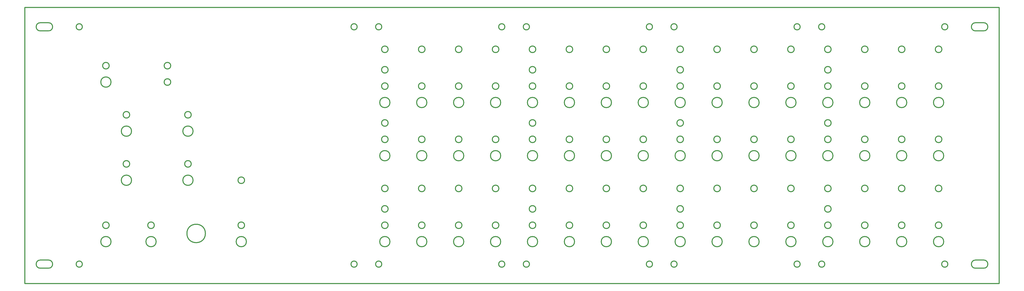
<source format=gbr>
%TF.GenerationSoftware,KiCad,Pcbnew,7.0.9*%
%TF.CreationDate,2023-12-22T18:04:38+01:00*%
%TF.ProjectId,FrontPanel,46726f6e-7450-4616-9e65-6c2e6b696361,rev?*%
%TF.SameCoordinates,Original*%
%TF.FileFunction,Profile,NP*%
%FSLAX46Y46*%
G04 Gerber Fmt 4.6, Leading zero omitted, Abs format (unit mm)*
G04 Created by KiCad (PCBNEW 7.0.9) date 2023-12-22 18:04:38*
%MOMM*%
%LPD*%
G01*
G04 APERTURE LIST*
%TA.AperFunction,Profile*%
%ADD10C,0.500000*%
%TD*%
G04 APERTURE END LIST*
D10*
X127600000Y-134000000D02*
G75*
G03*
X127600000Y-134000000I-1600000J0D01*
G01*
X449600000Y-138000000D02*
G75*
G03*
X449600000Y-138000000I-1600000J0D01*
G01*
X197600000Y-80000000D02*
G75*
G03*
X197600000Y-80000000I-1600000J0D01*
G01*
X468500000Y-122000000D02*
G75*
G03*
X468500000Y-122000000I-2500000J0D01*
G01*
X488000000Y-177000000D02*
X484000000Y-177000000D01*
X251600000Y-70000000D02*
G75*
G03*
X251600000Y-70000000I-1600000J0D01*
G01*
X341600000Y-138000000D02*
G75*
G03*
X341600000Y-138000000I-1600000J0D01*
G01*
X215600000Y-70000000D02*
G75*
G03*
X215600000Y-70000000I-1600000J0D01*
G01*
X467600000Y-114000000D02*
G75*
G03*
X467600000Y-114000000I-1600000J0D01*
G01*
X72500000Y-134000000D02*
G75*
G03*
X72500000Y-134000000I-2500000J0D01*
G01*
X342500000Y-122000000D02*
G75*
G03*
X342500000Y-122000000I-2500000J0D01*
G01*
X414500000Y-96000000D02*
G75*
G03*
X414500000Y-96000000I-2500000J0D01*
G01*
X182500000Y-59000000D02*
G75*
G03*
X182500000Y-59000000I-1500000J0D01*
G01*
X467600000Y-88000000D02*
G75*
G03*
X467600000Y-88000000I-1600000J0D01*
G01*
X413600000Y-80000000D02*
G75*
G03*
X413600000Y-80000000I-1600000J0D01*
G01*
X323600000Y-88000000D02*
G75*
G03*
X323600000Y-88000000I-1600000J0D01*
G01*
X414500000Y-164000000D02*
G75*
G03*
X414500000Y-164000000I-2500000J0D01*
G01*
X254500000Y-175000000D02*
G75*
G03*
X254500000Y-175000000I-1500000J0D01*
G01*
X488000000Y-61000000D02*
G75*
G03*
X488000000Y-57000000I0J2000000D01*
G01*
X431600000Y-156000000D02*
G75*
G03*
X431600000Y-156000000I-1600000J0D01*
G01*
X48500000Y-59000000D02*
G75*
G03*
X48500000Y-59000000I-1500000J0D01*
G01*
X269600000Y-156000000D02*
G75*
G03*
X269600000Y-156000000I-1600000J0D01*
G01*
X61600000Y-78000000D02*
G75*
G03*
X61600000Y-78000000I-1600000J0D01*
G01*
X306500000Y-122000000D02*
G75*
G03*
X306500000Y-122000000I-2500000J0D01*
G01*
X360500000Y-122000000D02*
G75*
G03*
X360500000Y-122000000I-2500000J0D01*
G01*
X468500000Y-164000000D02*
G75*
G03*
X468500000Y-164000000I-2500000J0D01*
G01*
X234500000Y-122000000D02*
G75*
G03*
X234500000Y-122000000I-2500000J0D01*
G01*
X216500000Y-96000000D02*
G75*
G03*
X216500000Y-96000000I-2500000J0D01*
G01*
X108500000Y-160000000D02*
G75*
G03*
X108500000Y-160000000I-4500000J0D01*
G01*
X216500000Y-122000000D02*
G75*
G03*
X216500000Y-122000000I-2500000J0D01*
G01*
X323600000Y-138000000D02*
G75*
G03*
X323600000Y-138000000I-1600000J0D01*
G01*
X359600000Y-138000000D02*
G75*
G03*
X359600000Y-138000000I-1600000J0D01*
G01*
X252500000Y-122000000D02*
G75*
G03*
X252500000Y-122000000I-2500000J0D01*
G01*
X233600000Y-88000000D02*
G75*
G03*
X233600000Y-88000000I-1600000J0D01*
G01*
X28000000Y-57000000D02*
X32000000Y-57000000D01*
X324500000Y-96000000D02*
G75*
G03*
X324500000Y-96000000I-2500000J0D01*
G01*
X414500000Y-122000000D02*
G75*
G03*
X414500000Y-122000000I-2500000J0D01*
G01*
X269600000Y-148000000D02*
G75*
G03*
X269600000Y-148000000I-1600000J0D01*
G01*
X254500000Y-59000000D02*
G75*
G03*
X254500000Y-59000000I-1500000J0D01*
G01*
X61600000Y-156000000D02*
G75*
G03*
X61600000Y-156000000I-1600000J0D01*
G01*
X488000000Y-61000000D02*
X484000000Y-61000000D01*
X470500000Y-175000000D02*
G75*
G03*
X470500000Y-175000000I-1500000J0D01*
G01*
X288500000Y-96000000D02*
G75*
G03*
X288500000Y-96000000I-2500000J0D01*
G01*
X194500000Y-59000000D02*
G75*
G03*
X194500000Y-59000000I-1500000J0D01*
G01*
X398500000Y-175000000D02*
G75*
G03*
X398500000Y-175000000I-1500000J0D01*
G01*
X84500000Y-164000000D02*
G75*
G03*
X84500000Y-164000000I-2500000J0D01*
G01*
X484000000Y-173000000D02*
G75*
G03*
X484000000Y-177000000I0J-2000000D01*
G01*
X359600000Y-114000000D02*
G75*
G03*
X359600000Y-114000000I-1600000J0D01*
G01*
X287600000Y-114000000D02*
G75*
G03*
X287600000Y-114000000I-1600000J0D01*
G01*
X270500000Y-122000000D02*
G75*
G03*
X270500000Y-122000000I-2500000J0D01*
G01*
X450500000Y-122000000D02*
G75*
G03*
X450500000Y-122000000I-2500000J0D01*
G01*
X288500000Y-164000000D02*
G75*
G03*
X288500000Y-164000000I-2500000J0D01*
G01*
X395600000Y-138000000D02*
G75*
G03*
X395600000Y-138000000I-1600000J0D01*
G01*
X488000000Y-177000000D02*
G75*
G03*
X488000000Y-173000000I0J2000000D01*
G01*
X324500000Y-122000000D02*
G75*
G03*
X324500000Y-122000000I-2500000J0D01*
G01*
X396500000Y-164000000D02*
G75*
G03*
X396500000Y-164000000I-2500000J0D01*
G01*
X449600000Y-156000000D02*
G75*
G03*
X449600000Y-156000000I-1600000J0D01*
G01*
X102500000Y-134000000D02*
G75*
G03*
X102500000Y-134000000I-2500000J0D01*
G01*
X32000000Y-61000000D02*
X28000000Y-61000000D01*
X269600000Y-114000000D02*
G75*
G03*
X269600000Y-114000000I-1600000J0D01*
G01*
X305600000Y-156000000D02*
G75*
G03*
X305600000Y-156000000I-1600000J0D01*
G01*
X215600000Y-114000000D02*
G75*
G03*
X215600000Y-114000000I-1600000J0D01*
G01*
X410500000Y-59000000D02*
G75*
G03*
X410500000Y-59000000I-1500000J0D01*
G01*
X377600000Y-88000000D02*
G75*
G03*
X377600000Y-88000000I-1600000J0D01*
G01*
X20500000Y-184500000D02*
X495500000Y-184500000D01*
X269600000Y-70000000D02*
G75*
G03*
X269600000Y-70000000I-1600000J0D01*
G01*
X338500000Y-59000000D02*
G75*
G03*
X338500000Y-59000000I-1500000J0D01*
G01*
X128500000Y-164000000D02*
G75*
G03*
X128500000Y-164000000I-2500000J0D01*
G01*
X413600000Y-88000000D02*
G75*
G03*
X413600000Y-88000000I-1600000J0D01*
G01*
X269600000Y-138000000D02*
G75*
G03*
X269600000Y-138000000I-1600000J0D01*
G01*
X341600000Y-106000000D02*
G75*
G03*
X341600000Y-106000000I-1600000J0D01*
G01*
X338500000Y-175000000D02*
G75*
G03*
X338500000Y-175000000I-1500000J0D01*
G01*
X48500000Y-175000000D02*
G75*
G03*
X48500000Y-175000000I-1500000J0D01*
G01*
X413600000Y-114000000D02*
G75*
G03*
X413600000Y-114000000I-1600000J0D01*
G01*
X20500000Y-49500000D02*
X495500000Y-49500000D01*
X251600000Y-114000000D02*
G75*
G03*
X251600000Y-114000000I-1600000J0D01*
G01*
X197600000Y-88000000D02*
G75*
G03*
X197600000Y-88000000I-1600000J0D01*
G01*
X251600000Y-138000000D02*
G75*
G03*
X251600000Y-138000000I-1600000J0D01*
G01*
X252500000Y-164000000D02*
G75*
G03*
X252500000Y-164000000I-2500000J0D01*
G01*
X305600000Y-70000000D02*
G75*
G03*
X305600000Y-70000000I-1600000J0D01*
G01*
X233600000Y-138000000D02*
G75*
G03*
X233600000Y-138000000I-1600000J0D01*
G01*
X341600000Y-114000000D02*
G75*
G03*
X341600000Y-114000000I-1600000J0D01*
G01*
X468500000Y-96000000D02*
G75*
G03*
X468500000Y-96000000I-2500000J0D01*
G01*
X287600000Y-88000000D02*
G75*
G03*
X287600000Y-88000000I-1600000J0D01*
G01*
X398500000Y-59000000D02*
G75*
G03*
X398500000Y-59000000I-1500000J0D01*
G01*
X197600000Y-114000000D02*
G75*
G03*
X197600000Y-114000000I-1600000J0D01*
G01*
X198500000Y-96000000D02*
G75*
G03*
X198500000Y-96000000I-2500000J0D01*
G01*
X413600000Y-156000000D02*
G75*
G03*
X413600000Y-156000000I-1600000J0D01*
G01*
X20500000Y-49500000D02*
X20500000Y-184500000D01*
X495500000Y-49500000D02*
X495500000Y-184500000D01*
X305600000Y-114000000D02*
G75*
G03*
X305600000Y-114000000I-1600000J0D01*
G01*
X449600000Y-88000000D02*
G75*
G03*
X449600000Y-88000000I-1600000J0D01*
G01*
X287600000Y-156000000D02*
G75*
G03*
X287600000Y-156000000I-1600000J0D01*
G01*
X431600000Y-70000000D02*
G75*
G03*
X431600000Y-70000000I-1600000J0D01*
G01*
X287600000Y-70000000D02*
G75*
G03*
X287600000Y-70000000I-1600000J0D01*
G01*
X72500000Y-110000000D02*
G75*
G03*
X72500000Y-110000000I-2500000J0D01*
G01*
X71600000Y-102000000D02*
G75*
G03*
X71600000Y-102000000I-1600000J0D01*
G01*
X377600000Y-70000000D02*
G75*
G03*
X377600000Y-70000000I-1600000J0D01*
G01*
X378500000Y-96000000D02*
G75*
G03*
X378500000Y-96000000I-2500000J0D01*
G01*
X484000000Y-57000000D02*
X488000000Y-57000000D01*
X269600000Y-80000000D02*
G75*
G03*
X269600000Y-80000000I-1600000J0D01*
G01*
X32000000Y-61000000D02*
G75*
G03*
X32000000Y-57000000I0J2000000D01*
G01*
X467600000Y-156000000D02*
G75*
G03*
X467600000Y-156000000I-1600000J0D01*
G01*
X377600000Y-156000000D02*
G75*
G03*
X377600000Y-156000000I-1600000J0D01*
G01*
X306500000Y-164000000D02*
G75*
G03*
X306500000Y-164000000I-2500000J0D01*
G01*
X102500000Y-110000000D02*
G75*
G03*
X102500000Y-110000000I-2500000J0D01*
G01*
X341600000Y-88000000D02*
G75*
G03*
X341600000Y-88000000I-1600000J0D01*
G01*
X341600000Y-70000000D02*
G75*
G03*
X341600000Y-70000000I-1600000J0D01*
G01*
X431600000Y-114000000D02*
G75*
G03*
X431600000Y-114000000I-1600000J0D01*
G01*
X62500000Y-164000000D02*
G75*
G03*
X62500000Y-164000000I-2500000J0D01*
G01*
X251600000Y-156000000D02*
G75*
G03*
X251600000Y-156000000I-1600000J0D01*
G01*
X197600000Y-148000000D02*
G75*
G03*
X197600000Y-148000000I-1600000J0D01*
G01*
X62500000Y-86000000D02*
G75*
G03*
X62500000Y-86000000I-2500000J0D01*
G01*
X270500000Y-164000000D02*
G75*
G03*
X270500000Y-164000000I-2500000J0D01*
G01*
X266500000Y-59000000D02*
G75*
G03*
X266500000Y-59000000I-1500000J0D01*
G01*
X377600000Y-114000000D02*
G75*
G03*
X377600000Y-114000000I-1600000J0D01*
G01*
X323600000Y-114000000D02*
G75*
G03*
X323600000Y-114000000I-1600000J0D01*
G01*
X324500000Y-164000000D02*
G75*
G03*
X324500000Y-164000000I-2500000J0D01*
G01*
X323600000Y-156000000D02*
G75*
G03*
X323600000Y-156000000I-1600000J0D01*
G01*
X270500000Y-96000000D02*
G75*
G03*
X270500000Y-96000000I-2500000J0D01*
G01*
X326500000Y-59000000D02*
G75*
G03*
X326500000Y-59000000I-1500000J0D01*
G01*
X197600000Y-138000000D02*
G75*
G03*
X197600000Y-138000000I-1600000J0D01*
G01*
X410500000Y-175000000D02*
G75*
G03*
X410500000Y-175000000I-1500000J0D01*
G01*
X101600000Y-102000000D02*
G75*
G03*
X101600000Y-102000000I-1600000J0D01*
G01*
X484000000Y-57000000D02*
G75*
G03*
X484000000Y-61000000I0J-2000000D01*
G01*
X413600000Y-106000000D02*
G75*
G03*
X413600000Y-106000000I-1600000J0D01*
G01*
X450500000Y-96000000D02*
G75*
G03*
X450500000Y-96000000I-2500000J0D01*
G01*
X288500000Y-122000000D02*
G75*
G03*
X288500000Y-122000000I-2500000J0D01*
G01*
X432500000Y-164000000D02*
G75*
G03*
X432500000Y-164000000I-2500000J0D01*
G01*
X413600000Y-70000000D02*
G75*
G03*
X413600000Y-70000000I-1600000J0D01*
G01*
X216500000Y-164000000D02*
G75*
G03*
X216500000Y-164000000I-2500000J0D01*
G01*
X467600000Y-138000000D02*
G75*
G03*
X467600000Y-138000000I-1600000J0D01*
G01*
X28000000Y-173000000D02*
G75*
G03*
X28000000Y-177000000I0J-2000000D01*
G01*
X360500000Y-164000000D02*
G75*
G03*
X360500000Y-164000000I-2500000J0D01*
G01*
X360500000Y-96000000D02*
G75*
G03*
X360500000Y-96000000I-2500000J0D01*
G01*
X305600000Y-138000000D02*
G75*
G03*
X305600000Y-138000000I-1600000J0D01*
G01*
X341600000Y-80000000D02*
G75*
G03*
X341600000Y-80000000I-1600000J0D01*
G01*
X233600000Y-70000000D02*
G75*
G03*
X233600000Y-70000000I-1600000J0D01*
G01*
X194500000Y-175000000D02*
G75*
G03*
X194500000Y-175000000I-1500000J0D01*
G01*
X101600000Y-126000000D02*
G75*
G03*
X101600000Y-126000000I-1600000J0D01*
G01*
X32000000Y-177000000D02*
G75*
G03*
X32000000Y-173000000I0J2000000D01*
G01*
X127600000Y-156000000D02*
G75*
G03*
X127600000Y-156000000I-1600000J0D01*
G01*
X198500000Y-122000000D02*
G75*
G03*
X198500000Y-122000000I-2500000J0D01*
G01*
X431600000Y-138000000D02*
G75*
G03*
X431600000Y-138000000I-1600000J0D01*
G01*
X431600000Y-88000000D02*
G75*
G03*
X431600000Y-88000000I-1600000J0D01*
G01*
X395600000Y-114000000D02*
G75*
G03*
X395600000Y-114000000I-1600000J0D01*
G01*
X306500000Y-96000000D02*
G75*
G03*
X306500000Y-96000000I-2500000J0D01*
G01*
X484000000Y-173000000D02*
X488000000Y-173000000D01*
X378500000Y-164000000D02*
G75*
G03*
X378500000Y-164000000I-2500000J0D01*
G01*
X251600000Y-88000000D02*
G75*
G03*
X251600000Y-88000000I-1600000J0D01*
G01*
X215600000Y-156000000D02*
G75*
G03*
X215600000Y-156000000I-1600000J0D01*
G01*
X467600000Y-70000000D02*
G75*
G03*
X467600000Y-70000000I-1600000J0D01*
G01*
X83600000Y-156000000D02*
G75*
G03*
X83600000Y-156000000I-1600000J0D01*
G01*
X450500000Y-164000000D02*
G75*
G03*
X450500000Y-164000000I-2500000J0D01*
G01*
X197600000Y-106000000D02*
G75*
G03*
X197600000Y-106000000I-1600000J0D01*
G01*
X233600000Y-156000000D02*
G75*
G03*
X233600000Y-156000000I-1600000J0D01*
G01*
X432500000Y-122000000D02*
G75*
G03*
X432500000Y-122000000I-2500000J0D01*
G01*
X342500000Y-96000000D02*
G75*
G03*
X342500000Y-96000000I-2500000J0D01*
G01*
X323600000Y-70000000D02*
G75*
G03*
X323600000Y-70000000I-1600000J0D01*
G01*
X342500000Y-164000000D02*
G75*
G03*
X342500000Y-164000000I-2500000J0D01*
G01*
X215600000Y-88000000D02*
G75*
G03*
X215600000Y-88000000I-1600000J0D01*
G01*
X359600000Y-70000000D02*
G75*
G03*
X359600000Y-70000000I-1600000J0D01*
G01*
X413600000Y-148000000D02*
G75*
G03*
X413600000Y-148000000I-1600000J0D01*
G01*
X396500000Y-96000000D02*
G75*
G03*
X396500000Y-96000000I-2500000J0D01*
G01*
X449600000Y-70000000D02*
G75*
G03*
X449600000Y-70000000I-1600000J0D01*
G01*
X359600000Y-88000000D02*
G75*
G03*
X359600000Y-88000000I-1600000J0D01*
G01*
X233600000Y-114000000D02*
G75*
G03*
X233600000Y-114000000I-1600000J0D01*
G01*
X432500000Y-96000000D02*
G75*
G03*
X432500000Y-96000000I-2500000J0D01*
G01*
X234500000Y-164000000D02*
G75*
G03*
X234500000Y-164000000I-2500000J0D01*
G01*
X266500000Y-175000000D02*
G75*
G03*
X266500000Y-175000000I-1500000J0D01*
G01*
X341600000Y-148000000D02*
G75*
G03*
X341600000Y-148000000I-1600000J0D01*
G01*
X28000000Y-57000000D02*
G75*
G03*
X28000000Y-61000000I0J-2000000D01*
G01*
X287600000Y-138000000D02*
G75*
G03*
X287600000Y-138000000I-1600000J0D01*
G01*
X269600000Y-106000000D02*
G75*
G03*
X269600000Y-106000000I-1600000J0D01*
G01*
X395600000Y-156000000D02*
G75*
G03*
X395600000Y-156000000I-1600000J0D01*
G01*
X395600000Y-70000000D02*
G75*
G03*
X395600000Y-70000000I-1600000J0D01*
G01*
X28000000Y-173000000D02*
X32000000Y-173000000D01*
X198500000Y-164000000D02*
G75*
G03*
X198500000Y-164000000I-2500000J0D01*
G01*
X377600000Y-138000000D02*
G75*
G03*
X377600000Y-138000000I-1600000J0D01*
G01*
X215600000Y-138000000D02*
G75*
G03*
X215600000Y-138000000I-1600000J0D01*
G01*
X341600000Y-156000000D02*
G75*
G03*
X341600000Y-156000000I-1600000J0D01*
G01*
X234500000Y-96000000D02*
G75*
G03*
X234500000Y-96000000I-2500000J0D01*
G01*
X470500000Y-59000000D02*
G75*
G03*
X470500000Y-59000000I-1500000J0D01*
G01*
X197600000Y-70000000D02*
G75*
G03*
X197600000Y-70000000I-1600000J0D01*
G01*
X449600000Y-114000000D02*
G75*
G03*
X449600000Y-114000000I-1600000J0D01*
G01*
X396500000Y-122000000D02*
G75*
G03*
X396500000Y-122000000I-2500000J0D01*
G01*
X359600000Y-156000000D02*
G75*
G03*
X359600000Y-156000000I-1600000J0D01*
G01*
X197600000Y-156000000D02*
G75*
G03*
X197600000Y-156000000I-1600000J0D01*
G01*
X326500000Y-175000000D02*
G75*
G03*
X326500000Y-175000000I-1500000J0D01*
G01*
X91600000Y-86000000D02*
G75*
G03*
X91600000Y-86000000I-1600000J0D01*
G01*
X378500000Y-122000000D02*
G75*
G03*
X378500000Y-122000000I-2500000J0D01*
G01*
X252500000Y-96000000D02*
G75*
G03*
X252500000Y-96000000I-2500000J0D01*
G01*
X182500000Y-175000000D02*
G75*
G03*
X182500000Y-175000000I-1500000J0D01*
G01*
X71600000Y-126000000D02*
G75*
G03*
X71600000Y-126000000I-1600000J0D01*
G01*
X269600000Y-88000000D02*
G75*
G03*
X269600000Y-88000000I-1600000J0D01*
G01*
X305600000Y-88000000D02*
G75*
G03*
X305600000Y-88000000I-1600000J0D01*
G01*
X32000000Y-177000000D02*
X28000000Y-177000000D01*
X91600000Y-78000000D02*
G75*
G03*
X91600000Y-78000000I-1600000J0D01*
G01*
X395600000Y-88000000D02*
G75*
G03*
X395600000Y-88000000I-1600000J0D01*
G01*
X413600000Y-138000000D02*
G75*
G03*
X413600000Y-138000000I-1600000J0D01*
G01*
M02*

</source>
